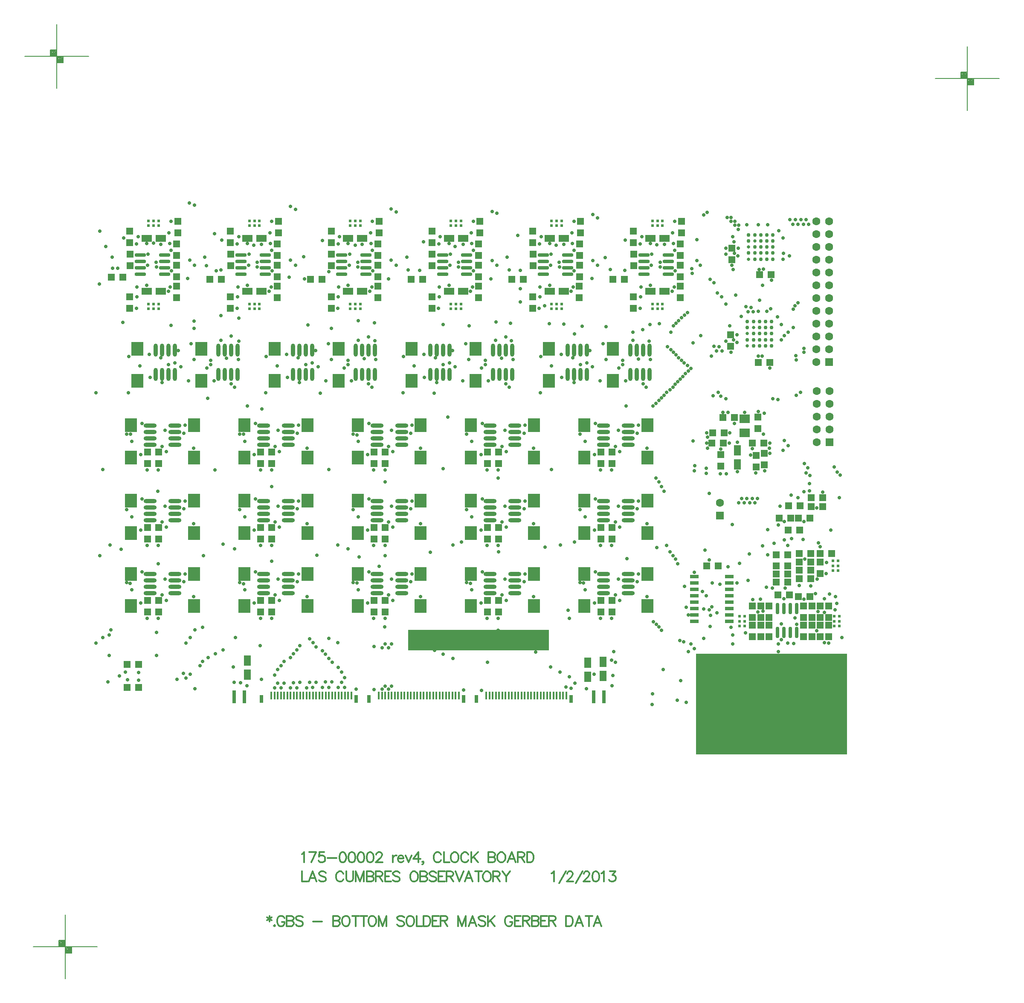
<source format=gbs>
%FSLAX23Y23*%
%MOIN*%
G70*
G01*
G75*
G04 Layer_Color=16711935*
%ADD10O,0.061X0.010*%
%ADD11O,0.010X0.061*%
%ADD12R,0.035X0.037*%
%ADD13R,0.035X0.037*%
%ADD14R,0.085X0.043*%
%ADD15R,0.085X0.043*%
%ADD16R,0.085X0.138*%
%ADD17R,0.135X0.070*%
%ADD18R,0.036X0.036*%
%ADD19R,0.028X0.036*%
%ADD20R,0.036X0.036*%
%ADD21R,0.100X0.100*%
%ADD22R,0.048X0.078*%
%ADD23R,0.060X0.086*%
%ADD24O,0.024X0.087*%
%ADD25R,0.045X0.017*%
%ADD26R,0.030X0.100*%
%ADD27R,0.014X0.060*%
%ADD28R,0.031X0.060*%
%ADD29O,0.008X0.033*%
%ADD30O,0.033X0.008*%
%ADD31R,0.228X0.228*%
%ADD32O,0.098X0.028*%
%ADD33R,0.050X0.050*%
%ADD34R,0.050X0.050*%
%ADD35R,0.037X0.035*%
%ADD36R,0.037X0.035*%
%ADD37R,0.070X0.135*%
%ADD38R,0.138X0.085*%
%ADD39R,0.043X0.085*%
%ADD40R,0.043X0.085*%
%ADD41C,0.040*%
%ADD42C,0.005*%
%ADD43C,0.010*%
%ADD44C,0.020*%
%ADD45C,0.007*%
%ADD46C,0.012*%
%ADD47R,1.181X0.787*%
%ADD48C,0.008*%
%ADD49C,0.012*%
%ADD50C,0.012*%
%ADD51C,0.020*%
%ADD52C,0.026*%
%ADD53C,0.059*%
%ADD54R,0.059X0.059*%
%ADD55C,0.050*%
%ADD56C,0.236*%
%ADD57C,0.024*%
%ADD58C,0.040*%
%ADD59C,0.030*%
%ADD60C,0.033*%
%ADD61C,0.055*%
G04:AMPARAMS|DCode=62|XSize=70mil|YSize=70mil|CornerRadius=0mil|HoleSize=0mil|Usage=FLASHONLY|Rotation=0.000|XOffset=0mil|YOffset=0mil|HoleType=Round|Shape=Relief|Width=10mil|Gap=10mil|Entries=4|*
%AMTHD62*
7,0,0,0.070,0.050,0.010,45*
%
%ADD62THD62*%
G04:AMPARAMS|DCode=63|XSize=95.433mil|YSize=95.433mil|CornerRadius=0mil|HoleSize=0mil|Usage=FLASHONLY|Rotation=0.000|XOffset=0mil|YOffset=0mil|HoleType=Round|Shape=Relief|Width=10mil|Gap=10mil|Entries=4|*
%AMTHD63*
7,0,0,0.095,0.075,0.010,45*
%
%ADD63THD63*%
%ADD64C,0.045*%
%ADD65R,0.065X0.024*%
%ADD66R,0.094X0.102*%
%ADD67R,0.075X0.063*%
%ADD68O,0.028X0.098*%
%ADD69O,0.087X0.024*%
%ADD70R,0.078X0.048*%
%ADD71R,1.181X0.787*%
%ADD72C,0.010*%
%ADD73C,0.024*%
%ADD74C,0.010*%
%ADD75C,0.008*%
%ADD76C,0.006*%
%ADD77R,0.240X0.165*%
%ADD78R,1.181X0.787*%
%ADD79O,0.065X0.014*%
%ADD80O,0.014X0.065*%
%ADD81R,0.039X0.041*%
%ADD82R,0.039X0.041*%
%ADD83R,0.089X0.047*%
%ADD84R,0.089X0.047*%
%ADD85R,0.089X0.142*%
%ADD86R,0.139X0.074*%
%ADD87R,0.040X0.040*%
%ADD88R,0.032X0.040*%
%ADD89R,0.040X0.040*%
%ADD90R,0.104X0.104*%
%ADD91R,0.052X0.082*%
%ADD92R,0.064X0.090*%
%ADD93O,0.028X0.091*%
%ADD94R,0.049X0.021*%
%ADD95O,0.012X0.037*%
%ADD96O,0.037X0.012*%
%ADD97R,0.232X0.232*%
%ADD98O,0.102X0.032*%
%ADD99R,0.054X0.054*%
%ADD100R,0.054X0.054*%
%ADD101R,0.041X0.039*%
%ADD102R,0.041X0.039*%
%ADD103R,0.074X0.139*%
%ADD104R,0.142X0.089*%
%ADD105R,0.047X0.089*%
%ADD106R,0.047X0.089*%
%ADD107C,0.120*%
%ADD108C,0.080*%
%ADD109C,0.030*%
%ADD110C,0.063*%
%ADD111R,0.063X0.063*%
%ADD112C,0.054*%
%ADD113C,0.240*%
%ADD114C,0.028*%
%ADD115R,1.099X0.163*%
%ADD116R,0.069X0.028*%
%ADD117R,0.098X0.106*%
%ADD118R,0.079X0.067*%
%ADD119O,0.032X0.102*%
%ADD120O,0.091X0.028*%
%ADD121R,0.082X0.052*%
D26*
X25320Y15794D02*
D03*
X25241D02*
D03*
X22510Y15794D02*
D03*
X22431D02*
D03*
D27*
X23347Y15803D02*
D03*
X22722D02*
D03*
X25028Y15804D02*
D03*
X25003D02*
D03*
X24978D02*
D03*
X24953D02*
D03*
X24928D02*
D03*
X24903D02*
D03*
X24878D02*
D03*
X24853D02*
D03*
X24828D02*
D03*
X24803D02*
D03*
X24778D02*
D03*
X24753D02*
D03*
X24728D02*
D03*
X24703D02*
D03*
X24678D02*
D03*
X24653D02*
D03*
X24628D02*
D03*
X24603D02*
D03*
X24578D02*
D03*
X24553D02*
D03*
X24528D02*
D03*
X24503D02*
D03*
X24478D02*
D03*
X24453D02*
D03*
X24428D02*
D03*
X24403D02*
D03*
X24187Y15803D02*
D03*
X24162D02*
D03*
X24137D02*
D03*
X24112D02*
D03*
X24087D02*
D03*
X24062D02*
D03*
X24037D02*
D03*
X24012D02*
D03*
X23987D02*
D03*
X23962D02*
D03*
X23937D02*
D03*
X23912D02*
D03*
X23887D02*
D03*
X23862D02*
D03*
X23837D02*
D03*
X23812D02*
D03*
X23787D02*
D03*
X23762D02*
D03*
X23737D02*
D03*
X23712D02*
D03*
X23687D02*
D03*
X23662D02*
D03*
X23637D02*
D03*
X23612D02*
D03*
X23587D02*
D03*
X23562D02*
D03*
X23322D02*
D03*
X23297D02*
D03*
X23272D02*
D03*
X23247D02*
D03*
X23222D02*
D03*
X23197D02*
D03*
X23172D02*
D03*
X23147D02*
D03*
X23122D02*
D03*
X23097D02*
D03*
X23072D02*
D03*
X23047D02*
D03*
X23022D02*
D03*
X22997D02*
D03*
X22972D02*
D03*
X22947D02*
D03*
X22922D02*
D03*
X22897D02*
D03*
X22872D02*
D03*
X22847D02*
D03*
X22822D02*
D03*
X22797D02*
D03*
X22772D02*
D03*
X22747D02*
D03*
D28*
X25065Y15776D02*
D03*
X24325D02*
D03*
X24225D02*
D03*
X23485D02*
D03*
X23385D02*
D03*
X22645D02*
D03*
D46*
X22707Y14080D02*
Y14035D01*
X22688Y14069D02*
X22726Y14046D01*
Y14069D02*
X22688Y14046D01*
X22747Y14008D02*
X22743Y14004D01*
X22747Y14000D01*
X22750Y14004D01*
X22747Y14008D01*
X22825Y14061D02*
X22821Y14069D01*
X22814Y14077D01*
X22806Y14080D01*
X22791D01*
X22783Y14077D01*
X22775Y14069D01*
X22772Y14061D01*
X22768Y14050D01*
Y14031D01*
X22772Y14020D01*
X22775Y14012D01*
X22783Y14004D01*
X22791Y14000D01*
X22806D01*
X22814Y14004D01*
X22821Y14012D01*
X22825Y14020D01*
Y14031D01*
X22806D02*
X22825D01*
X22843Y14080D02*
Y14000D01*
Y14080D02*
X22878D01*
X22889Y14077D01*
X22893Y14073D01*
X22897Y14065D01*
Y14058D01*
X22893Y14050D01*
X22889Y14046D01*
X22878Y14042D01*
X22843D02*
X22878D01*
X22889Y14039D01*
X22893Y14035D01*
X22897Y14027D01*
Y14016D01*
X22893Y14008D01*
X22889Y14004D01*
X22878Y14000D01*
X22843D01*
X22968Y14069D02*
X22960Y14077D01*
X22949Y14080D01*
X22934D01*
X22922Y14077D01*
X22915Y14069D01*
Y14061D01*
X22918Y14054D01*
X22922Y14050D01*
X22930Y14046D01*
X22953Y14039D01*
X22960Y14035D01*
X22964Y14031D01*
X22968Y14023D01*
Y14012D01*
X22960Y14004D01*
X22949Y14000D01*
X22934D01*
X22922Y14004D01*
X22915Y14012D01*
X23049Y14035D02*
X23117D01*
X23204Y14080D02*
Y14000D01*
Y14080D02*
X23238D01*
X23249Y14077D01*
X23253Y14073D01*
X23257Y14065D01*
Y14058D01*
X23253Y14050D01*
X23249Y14046D01*
X23238Y14042D01*
X23204D02*
X23238D01*
X23249Y14039D01*
X23253Y14035D01*
X23257Y14027D01*
Y14016D01*
X23253Y14008D01*
X23249Y14004D01*
X23238Y14000D01*
X23204D01*
X23298Y14080D02*
X23290Y14077D01*
X23282Y14069D01*
X23279Y14061D01*
X23275Y14050D01*
Y14031D01*
X23279Y14020D01*
X23282Y14012D01*
X23290Y14004D01*
X23298Y14000D01*
X23313D01*
X23321Y14004D01*
X23328Y14012D01*
X23332Y14020D01*
X23336Y14031D01*
Y14050D01*
X23332Y14061D01*
X23328Y14069D01*
X23321Y14077D01*
X23313Y14080D01*
X23298D01*
X23381D02*
Y14000D01*
X23354Y14080D02*
X23408D01*
X23444D02*
Y14000D01*
X23417Y14080D02*
X23471D01*
X23503D02*
X23495Y14077D01*
X23488Y14069D01*
X23484Y14061D01*
X23480Y14050D01*
Y14031D01*
X23484Y14020D01*
X23488Y14012D01*
X23495Y14004D01*
X23503Y14000D01*
X23518D01*
X23526Y14004D01*
X23533Y14012D01*
X23537Y14020D01*
X23541Y14031D01*
Y14050D01*
X23537Y14061D01*
X23533Y14069D01*
X23526Y14077D01*
X23518Y14080D01*
X23503D01*
X23560D02*
Y14000D01*
Y14080D02*
X23590Y14000D01*
X23621Y14080D02*
X23590Y14000D01*
X23621Y14080D02*
Y14000D01*
X23760Y14069D02*
X23752Y14077D01*
X23741Y14080D01*
X23725D01*
X23714Y14077D01*
X23706Y14069D01*
Y14061D01*
X23710Y14054D01*
X23714Y14050D01*
X23722Y14046D01*
X23744Y14039D01*
X23752Y14035D01*
X23756Y14031D01*
X23760Y14023D01*
Y14012D01*
X23752Y14004D01*
X23741Y14000D01*
X23725D01*
X23714Y14004D01*
X23706Y14012D01*
X23800Y14080D02*
X23793Y14077D01*
X23785Y14069D01*
X23781Y14061D01*
X23778Y14050D01*
Y14031D01*
X23781Y14020D01*
X23785Y14012D01*
X23793Y14004D01*
X23800Y14000D01*
X23816D01*
X23823Y14004D01*
X23831Y14012D01*
X23835Y14020D01*
X23838Y14031D01*
Y14050D01*
X23835Y14061D01*
X23831Y14069D01*
X23823Y14077D01*
X23816Y14080D01*
X23800D01*
X23857D02*
Y14000D01*
X23903D01*
X23912Y14080D02*
Y14000D01*
Y14080D02*
X23938D01*
X23950Y14077D01*
X23957Y14069D01*
X23961Y14061D01*
X23965Y14050D01*
Y14031D01*
X23961Y14020D01*
X23957Y14012D01*
X23950Y14004D01*
X23938Y14000D01*
X23912D01*
X24032Y14080D02*
X23983D01*
Y14000D01*
X24032D01*
X23983Y14042D02*
X24013D01*
X24046Y14080D02*
Y14000D01*
Y14080D02*
X24080D01*
X24091Y14077D01*
X24095Y14073D01*
X24099Y14065D01*
Y14058D01*
X24095Y14050D01*
X24091Y14046D01*
X24080Y14042D01*
X24046D01*
X24072D02*
X24099Y14000D01*
X24180Y14080D02*
Y14000D01*
Y14080D02*
X24210Y14000D01*
X24241Y14080D02*
X24210Y14000D01*
X24241Y14080D02*
Y14000D01*
X24324D02*
X24294Y14080D01*
X24264Y14000D01*
X24275Y14027D02*
X24313D01*
X24396Y14069D02*
X24389Y14077D01*
X24377Y14080D01*
X24362D01*
X24351Y14077D01*
X24343Y14069D01*
Y14061D01*
X24347Y14054D01*
X24351Y14050D01*
X24358Y14046D01*
X24381Y14039D01*
X24389Y14035D01*
X24393Y14031D01*
X24396Y14023D01*
Y14012D01*
X24389Y14004D01*
X24377Y14000D01*
X24362D01*
X24351Y14004D01*
X24343Y14012D01*
X24414Y14080D02*
Y14000D01*
X24468Y14080D02*
X24414Y14027D01*
X24433Y14046D02*
X24468Y14000D01*
X24606Y14061D02*
X24602Y14069D01*
X24594Y14077D01*
X24587Y14080D01*
X24571D01*
X24564Y14077D01*
X24556Y14069D01*
X24552Y14061D01*
X24548Y14050D01*
Y14031D01*
X24552Y14020D01*
X24556Y14012D01*
X24564Y14004D01*
X24571Y14000D01*
X24587D01*
X24594Y14004D01*
X24602Y14012D01*
X24606Y14020D01*
Y14031D01*
X24587D02*
X24606D01*
X24673Y14080D02*
X24624D01*
Y14000D01*
X24673D01*
X24624Y14042D02*
X24654D01*
X24687Y14080D02*
Y14000D01*
Y14080D02*
X24721D01*
X24732Y14077D01*
X24736Y14073D01*
X24740Y14065D01*
Y14058D01*
X24736Y14050D01*
X24732Y14046D01*
X24721Y14042D01*
X24687D01*
X24713D02*
X24740Y14000D01*
X24758Y14080D02*
Y14000D01*
Y14080D02*
X24792D01*
X24804Y14077D01*
X24807Y14073D01*
X24811Y14065D01*
Y14058D01*
X24807Y14050D01*
X24804Y14046D01*
X24792Y14042D01*
X24758D02*
X24792D01*
X24804Y14039D01*
X24807Y14035D01*
X24811Y14027D01*
Y14016D01*
X24807Y14008D01*
X24804Y14004D01*
X24792Y14000D01*
X24758D01*
X24879Y14080D02*
X24829D01*
Y14000D01*
X24879D01*
X24829Y14042D02*
X24860D01*
X24892Y14080D02*
Y14000D01*
Y14080D02*
X24926D01*
X24938Y14077D01*
X24941Y14073D01*
X24945Y14065D01*
Y14058D01*
X24941Y14050D01*
X24938Y14046D01*
X24926Y14042D01*
X24892D01*
X24919D02*
X24945Y14000D01*
X25026Y14080D02*
Y14000D01*
Y14080D02*
X25053D01*
X25064Y14077D01*
X25072Y14069D01*
X25076Y14061D01*
X25079Y14050D01*
Y14031D01*
X25076Y14020D01*
X25072Y14012D01*
X25064Y14004D01*
X25053Y14000D01*
X25026D01*
X25158D02*
X25128Y14080D01*
X25097Y14000D01*
X25109Y14027D02*
X25147D01*
X25204Y14080D02*
Y14000D01*
X25177Y14080D02*
X25230D01*
X25301Y14000D02*
X25270Y14080D01*
X25240Y14000D01*
X25251Y14027D02*
X25289D01*
D48*
X20861Y13840D02*
X21361D01*
X21111Y13590D02*
Y14090D01*
X21061Y13840D02*
Y13890D01*
X21111D01*
X21161Y13790D02*
Y13840D01*
X21111Y13790D02*
X21161D01*
X21116Y13835D02*
X21156D01*
Y13795D02*
Y13835D01*
X21116Y13795D02*
X21156D01*
X21116D02*
Y13835D01*
X21121Y13830D02*
X21151D01*
Y13800D02*
Y13830D01*
X21121Y13800D02*
X21151D01*
X21121D02*
Y13825D01*
X21126D02*
X21146D01*
Y13805D02*
Y13825D01*
X21126Y13805D02*
X21146D01*
X21126D02*
Y13820D01*
X21131D02*
X21141D01*
Y13810D02*
Y13820D01*
X21131Y13810D02*
X21141D01*
X21131D02*
Y13820D01*
Y13815D02*
X21141D01*
X21066Y13885D02*
X21106D01*
Y13845D02*
Y13885D01*
X21066Y13845D02*
X21106D01*
X21066D02*
Y13885D01*
X21071Y13880D02*
X21101D01*
Y13850D02*
Y13880D01*
X21071Y13850D02*
X21101D01*
X21071D02*
Y13875D01*
X21076D02*
X21096D01*
Y13855D02*
Y13875D01*
X21076Y13855D02*
X21096D01*
X21076D02*
Y13870D01*
X21081D02*
X21091D01*
Y13860D02*
Y13870D01*
X21081Y13860D02*
X21091D01*
X21081D02*
Y13870D01*
Y13865D02*
X21091D01*
X20796Y20800D02*
X21296D01*
X21046Y20550D02*
Y21050D01*
X20996Y20800D02*
Y20850D01*
X21046D01*
X21096Y20750D02*
Y20800D01*
X21046Y20750D02*
X21096D01*
X21051Y20795D02*
X21091D01*
Y20755D02*
Y20795D01*
X21051Y20755D02*
X21091D01*
X21051D02*
Y20795D01*
X21056Y20790D02*
X21086D01*
Y20760D02*
Y20790D01*
X21056Y20760D02*
X21086D01*
X21056D02*
Y20785D01*
X21061D02*
X21081D01*
Y20765D02*
Y20785D01*
X21061Y20765D02*
X21081D01*
X21061D02*
Y20780D01*
X21066D02*
X21076D01*
Y20770D02*
Y20780D01*
X21066Y20770D02*
X21076D01*
X21066D02*
Y20780D01*
Y20775D02*
X21076D01*
X21001Y20845D02*
X21041D01*
Y20805D02*
Y20845D01*
X21001Y20805D02*
X21041D01*
X21001D02*
Y20845D01*
X21006Y20840D02*
X21036D01*
Y20810D02*
Y20840D01*
X21006Y20810D02*
X21036D01*
X21006D02*
Y20835D01*
X21011D02*
X21031D01*
Y20815D02*
Y20835D01*
X21011Y20815D02*
X21031D01*
X21011D02*
Y20830D01*
X21016D02*
X21026D01*
Y20820D02*
Y20830D01*
X21016Y20820D02*
X21026D01*
X21016D02*
Y20830D01*
Y20825D02*
X21026D01*
X27911Y20625D02*
X28411D01*
X28161Y20375D02*
Y20875D01*
X28111Y20625D02*
Y20675D01*
X28161D01*
X28211Y20575D02*
Y20625D01*
X28161Y20575D02*
X28211D01*
X28166Y20620D02*
X28206D01*
Y20580D02*
Y20620D01*
X28166Y20580D02*
X28206D01*
X28166D02*
Y20620D01*
X28171Y20615D02*
X28201D01*
Y20585D02*
Y20615D01*
X28171Y20585D02*
X28201D01*
X28171D02*
Y20610D01*
X28176D02*
X28196D01*
Y20590D02*
Y20610D01*
X28176Y20590D02*
X28196D01*
X28176D02*
Y20605D01*
X28181D02*
X28191D01*
Y20595D02*
Y20605D01*
X28181Y20595D02*
X28191D01*
X28181D02*
Y20605D01*
Y20600D02*
X28191D01*
X28116Y20670D02*
X28156D01*
Y20630D02*
Y20670D01*
X28116Y20630D02*
X28156D01*
X28116D02*
Y20670D01*
X28121Y20665D02*
X28151D01*
Y20635D02*
Y20665D01*
X28121Y20635D02*
X28151D01*
X28121D02*
Y20660D01*
X28126D02*
X28146D01*
Y20640D02*
Y20660D01*
X28126Y20640D02*
X28146D01*
X28126D02*
Y20655D01*
X28131D02*
X28141D01*
Y20645D02*
Y20655D01*
X28131Y20645D02*
X28141D01*
X28131D02*
Y20655D01*
Y20650D02*
X28141D01*
D49*
X22960Y14428D02*
Y14348D01*
X23006D01*
X23076D02*
X23045Y14428D01*
X23015Y14348D01*
X23026Y14375D02*
X23064D01*
X23148Y14417D02*
X23140Y14424D01*
X23129Y14428D01*
X23113D01*
X23102Y14424D01*
X23094Y14417D01*
Y14409D01*
X23098Y14401D01*
X23102Y14398D01*
X23110Y14394D01*
X23132Y14386D01*
X23140Y14382D01*
X23144Y14379D01*
X23148Y14371D01*
Y14360D01*
X23140Y14352D01*
X23129Y14348D01*
X23113D01*
X23102Y14352D01*
X23094Y14360D01*
X23286Y14409D02*
X23282Y14417D01*
X23274Y14424D01*
X23267Y14428D01*
X23251D01*
X23244Y14424D01*
X23236Y14417D01*
X23232Y14409D01*
X23228Y14398D01*
Y14379D01*
X23232Y14367D01*
X23236Y14360D01*
X23244Y14352D01*
X23251Y14348D01*
X23267D01*
X23274Y14352D01*
X23282Y14360D01*
X23286Y14367D01*
X23308Y14428D02*
Y14371D01*
X23312Y14360D01*
X23319Y14352D01*
X23331Y14348D01*
X23339D01*
X23350Y14352D01*
X23358Y14360D01*
X23361Y14371D01*
Y14428D01*
X23383D02*
Y14348D01*
Y14428D02*
X23414Y14348D01*
X23444Y14428D02*
X23414Y14348D01*
X23444Y14428D02*
Y14348D01*
X23467Y14428D02*
Y14348D01*
Y14428D02*
X23502D01*
X23513Y14424D01*
X23517Y14420D01*
X23521Y14413D01*
Y14405D01*
X23517Y14398D01*
X23513Y14394D01*
X23502Y14390D01*
X23467D02*
X23502D01*
X23513Y14386D01*
X23517Y14382D01*
X23521Y14375D01*
Y14363D01*
X23517Y14356D01*
X23513Y14352D01*
X23502Y14348D01*
X23467D01*
X23538Y14428D02*
Y14348D01*
Y14428D02*
X23573D01*
X23584Y14424D01*
X23588Y14420D01*
X23592Y14413D01*
Y14405D01*
X23588Y14398D01*
X23584Y14394D01*
X23573Y14390D01*
X23538D01*
X23565D02*
X23592Y14348D01*
X23659Y14428D02*
X23610D01*
Y14348D01*
X23659D01*
X23610Y14390D02*
X23640D01*
X23726Y14417D02*
X23718Y14424D01*
X23707Y14428D01*
X23692D01*
X23680Y14424D01*
X23673Y14417D01*
Y14409D01*
X23676Y14401D01*
X23680Y14398D01*
X23688Y14394D01*
X23711Y14386D01*
X23718Y14382D01*
X23722Y14379D01*
X23726Y14371D01*
Y14360D01*
X23718Y14352D01*
X23707Y14348D01*
X23692D01*
X23680Y14352D01*
X23673Y14360D01*
X23829Y14428D02*
X23822Y14424D01*
X23814Y14417D01*
X23810Y14409D01*
X23807Y14398D01*
Y14379D01*
X23810Y14367D01*
X23814Y14360D01*
X23822Y14352D01*
X23829Y14348D01*
X23845D01*
X23852Y14352D01*
X23860Y14360D01*
X23864Y14367D01*
X23868Y14379D01*
Y14398D01*
X23864Y14409D01*
X23860Y14417D01*
X23852Y14424D01*
X23845Y14428D01*
X23829D01*
X23886D02*
Y14348D01*
Y14428D02*
X23920D01*
X23932Y14424D01*
X23936Y14420D01*
X23940Y14413D01*
Y14405D01*
X23936Y14398D01*
X23932Y14394D01*
X23920Y14390D01*
X23886D02*
X23920D01*
X23932Y14386D01*
X23936Y14382D01*
X23940Y14375D01*
Y14363D01*
X23936Y14356D01*
X23932Y14352D01*
X23920Y14348D01*
X23886D01*
X24011Y14417D02*
X24003Y14424D01*
X23992Y14428D01*
X23976D01*
X23965Y14424D01*
X23957Y14417D01*
Y14409D01*
X23961Y14401D01*
X23965Y14398D01*
X23973Y14394D01*
X23996Y14386D01*
X24003Y14382D01*
X24007Y14379D01*
X24011Y14371D01*
Y14360D01*
X24003Y14352D01*
X23992Y14348D01*
X23976D01*
X23965Y14352D01*
X23957Y14360D01*
X24078Y14428D02*
X24029D01*
Y14348D01*
X24078D01*
X24029Y14390D02*
X24059D01*
X24091Y14428D02*
Y14348D01*
Y14428D02*
X24126D01*
X24137Y14424D01*
X24141Y14420D01*
X24145Y14413D01*
Y14405D01*
X24141Y14398D01*
X24137Y14394D01*
X24126Y14390D01*
X24091D01*
X24118D02*
X24145Y14348D01*
X24163Y14428D02*
X24193Y14348D01*
X24224Y14428D02*
X24193Y14348D01*
X24295D02*
X24264Y14428D01*
X24234Y14348D01*
X24245Y14375D02*
X24283D01*
X24340Y14428D02*
Y14348D01*
X24314Y14428D02*
X24367D01*
X24399D02*
X24392Y14424D01*
X24384Y14417D01*
X24380Y14409D01*
X24376Y14398D01*
Y14379D01*
X24380Y14367D01*
X24384Y14360D01*
X24392Y14352D01*
X24399Y14348D01*
X24414D01*
X24422Y14352D01*
X24430Y14360D01*
X24434Y14367D01*
X24437Y14379D01*
Y14398D01*
X24434Y14409D01*
X24430Y14417D01*
X24422Y14424D01*
X24414Y14428D01*
X24399D01*
X24456D02*
Y14348D01*
Y14428D02*
X24490D01*
X24502Y14424D01*
X24505Y14420D01*
X24509Y14413D01*
Y14405D01*
X24505Y14398D01*
X24502Y14394D01*
X24490Y14390D01*
X24456D01*
X24483D02*
X24509Y14348D01*
X24527Y14428D02*
X24558Y14390D01*
Y14348D01*
X24588Y14428D02*
X24558Y14390D01*
X24913Y14413D02*
X24920Y14417D01*
X24932Y14428D01*
Y14348D01*
X24971Y14337D02*
X25025Y14428D01*
X25034Y14409D02*
Y14413D01*
X25038Y14420D01*
X25041Y14424D01*
X25049Y14428D01*
X25064D01*
X25072Y14424D01*
X25076Y14420D01*
X25079Y14413D01*
Y14405D01*
X25076Y14398D01*
X25068Y14386D01*
X25030Y14348D01*
X25083D01*
X25101Y14337D02*
X25154Y14428D01*
X25164Y14409D02*
Y14413D01*
X25167Y14420D01*
X25171Y14424D01*
X25179Y14428D01*
X25194D01*
X25202Y14424D01*
X25206Y14420D01*
X25209Y14413D01*
Y14405D01*
X25206Y14398D01*
X25198Y14386D01*
X25160Y14348D01*
X25213D01*
X25254Y14428D02*
X25242Y14424D01*
X25235Y14413D01*
X25231Y14394D01*
Y14382D01*
X25235Y14363D01*
X25242Y14352D01*
X25254Y14348D01*
X25262D01*
X25273Y14352D01*
X25281Y14363D01*
X25284Y14382D01*
Y14394D01*
X25281Y14413D01*
X25273Y14424D01*
X25262Y14428D01*
X25254D01*
X25302Y14413D02*
X25310Y14417D01*
X25321Y14428D01*
Y14348D01*
X25369Y14428D02*
X25410D01*
X25388Y14398D01*
X25399D01*
X25407Y14394D01*
X25410Y14390D01*
X25414Y14379D01*
Y14371D01*
X25410Y14360D01*
X25403Y14352D01*
X25391Y14348D01*
X25380D01*
X25369Y14352D01*
X25365Y14356D01*
X25361Y14363D01*
D50*
X22960Y14563D02*
X22968Y14567D01*
X22979Y14578D01*
Y14498D01*
X23072Y14578D02*
X23034Y14498D01*
X23019Y14578D02*
X23072D01*
X23136D02*
X23098D01*
X23094Y14544D01*
X23098Y14548D01*
X23109Y14551D01*
X23121D01*
X23132Y14548D01*
X23140Y14540D01*
X23143Y14529D01*
Y14521D01*
X23140Y14510D01*
X23132Y14502D01*
X23121Y14498D01*
X23109D01*
X23098Y14502D01*
X23094Y14506D01*
X23090Y14513D01*
X23161Y14532D02*
X23230D01*
X23276Y14578D02*
X23265Y14574D01*
X23257Y14563D01*
X23254Y14544D01*
Y14532D01*
X23257Y14513D01*
X23265Y14502D01*
X23276Y14498D01*
X23284D01*
X23295Y14502D01*
X23303Y14513D01*
X23307Y14532D01*
Y14544D01*
X23303Y14563D01*
X23295Y14574D01*
X23284Y14578D01*
X23276D01*
X23348D02*
X23336Y14574D01*
X23329Y14563D01*
X23325Y14544D01*
Y14532D01*
X23329Y14513D01*
X23336Y14502D01*
X23348Y14498D01*
X23355D01*
X23367Y14502D01*
X23374Y14513D01*
X23378Y14532D01*
Y14544D01*
X23374Y14563D01*
X23367Y14574D01*
X23355Y14578D01*
X23348D01*
X23419D02*
X23407Y14574D01*
X23400Y14563D01*
X23396Y14544D01*
Y14532D01*
X23400Y14513D01*
X23407Y14502D01*
X23419Y14498D01*
X23426D01*
X23438Y14502D01*
X23446Y14513D01*
X23449Y14532D01*
Y14544D01*
X23446Y14563D01*
X23438Y14574D01*
X23426Y14578D01*
X23419D01*
X23490D02*
X23479Y14574D01*
X23471Y14563D01*
X23467Y14544D01*
Y14532D01*
X23471Y14513D01*
X23479Y14502D01*
X23490Y14498D01*
X23498D01*
X23509Y14502D01*
X23517Y14513D01*
X23521Y14532D01*
Y14544D01*
X23517Y14563D01*
X23509Y14574D01*
X23498Y14578D01*
X23490D01*
X23542Y14559D02*
Y14563D01*
X23546Y14570D01*
X23550Y14574D01*
X23558Y14578D01*
X23573D01*
X23580Y14574D01*
X23584Y14570D01*
X23588Y14563D01*
Y14555D01*
X23584Y14548D01*
X23577Y14536D01*
X23538Y14498D01*
X23592D01*
X23673Y14551D02*
Y14498D01*
Y14529D02*
X23676Y14540D01*
X23684Y14548D01*
X23692Y14551D01*
X23703D01*
X23710Y14529D02*
X23756D01*
Y14536D01*
X23752Y14544D01*
X23748Y14548D01*
X23741Y14551D01*
X23729D01*
X23722Y14548D01*
X23714Y14540D01*
X23710Y14529D01*
Y14521D01*
X23714Y14510D01*
X23722Y14502D01*
X23729Y14498D01*
X23741D01*
X23748Y14502D01*
X23756Y14510D01*
X23773Y14551D02*
X23796Y14498D01*
X23819Y14551D02*
X23796Y14498D01*
X23870Y14578D02*
X23832Y14525D01*
X23889D01*
X23870Y14578D02*
Y14498D01*
X23911Y14502D02*
X23907Y14498D01*
X23903Y14502D01*
X23907Y14506D01*
X23911Y14502D01*
Y14494D01*
X23907Y14487D01*
X23903Y14483D01*
X24048Y14559D02*
X24044Y14567D01*
X24037Y14574D01*
X24029Y14578D01*
X24014D01*
X24006Y14574D01*
X23999Y14567D01*
X23995Y14559D01*
X23991Y14548D01*
Y14529D01*
X23995Y14517D01*
X23999Y14510D01*
X24006Y14502D01*
X24014Y14498D01*
X24029D01*
X24037Y14502D01*
X24044Y14510D01*
X24048Y14517D01*
X24071Y14578D02*
Y14498D01*
X24116D01*
X24148Y14578D02*
X24140Y14574D01*
X24133Y14567D01*
X24129Y14559D01*
X24125Y14548D01*
Y14529D01*
X24129Y14517D01*
X24133Y14510D01*
X24140Y14502D01*
X24148Y14498D01*
X24163D01*
X24171Y14502D01*
X24178Y14510D01*
X24182Y14517D01*
X24186Y14529D01*
Y14548D01*
X24182Y14559D01*
X24178Y14567D01*
X24171Y14574D01*
X24163Y14578D01*
X24148D01*
X24262Y14559D02*
X24258Y14567D01*
X24250Y14574D01*
X24243Y14578D01*
X24227D01*
X24220Y14574D01*
X24212Y14567D01*
X24208Y14559D01*
X24205Y14548D01*
Y14529D01*
X24208Y14517D01*
X24212Y14510D01*
X24220Y14502D01*
X24227Y14498D01*
X24243D01*
X24250Y14502D01*
X24258Y14510D01*
X24262Y14517D01*
X24284Y14578D02*
Y14498D01*
X24338Y14578D02*
X24284Y14525D01*
X24303Y14544D02*
X24338Y14498D01*
X24418Y14578D02*
Y14498D01*
Y14578D02*
X24453D01*
X24464Y14574D01*
X24468Y14570D01*
X24472Y14563D01*
Y14555D01*
X24468Y14548D01*
X24464Y14544D01*
X24453Y14540D01*
X24418D02*
X24453D01*
X24464Y14536D01*
X24468Y14532D01*
X24472Y14525D01*
Y14513D01*
X24468Y14506D01*
X24464Y14502D01*
X24453Y14498D01*
X24418D01*
X24512Y14578D02*
X24505Y14574D01*
X24497Y14567D01*
X24493Y14559D01*
X24489Y14548D01*
Y14529D01*
X24493Y14517D01*
X24497Y14510D01*
X24505Y14502D01*
X24512Y14498D01*
X24528D01*
X24535Y14502D01*
X24543Y14510D01*
X24547Y14517D01*
X24550Y14529D01*
Y14548D01*
X24547Y14559D01*
X24543Y14567D01*
X24535Y14574D01*
X24528Y14578D01*
X24512D01*
X24630Y14498D02*
X24600Y14578D01*
X24569Y14498D01*
X24581Y14525D02*
X24619D01*
X24649Y14578D02*
Y14498D01*
Y14578D02*
X24683D01*
X24694Y14574D01*
X24698Y14570D01*
X24702Y14563D01*
Y14555D01*
X24698Y14548D01*
X24694Y14544D01*
X24683Y14540D01*
X24649D01*
X24675D02*
X24702Y14498D01*
X24720Y14578D02*
Y14498D01*
Y14578D02*
X24747D01*
X24758Y14574D01*
X24766Y14567D01*
X24769Y14559D01*
X24773Y14548D01*
Y14529D01*
X24769Y14517D01*
X24766Y14510D01*
X24758Y14502D01*
X24747Y14498D01*
X24720D01*
D52*
X26500Y19355D02*
D03*
X26452Y19308D02*
D03*
Y19214D02*
D03*
X26491Y18679D02*
D03*
X26443Y18631D02*
D03*
Y18537D02*
D03*
D57*
X26420Y16345D02*
D03*
Y16384D02*
D03*
Y16424D02*
D03*
X26381D02*
D03*
Y16384D02*
D03*
Y16345D02*
D03*
X27151Y16857D02*
D03*
Y16817D02*
D03*
Y16778D02*
D03*
X27111D02*
D03*
Y16817D02*
D03*
Y16857D02*
D03*
X21763Y19514D02*
D03*
X21803D02*
D03*
X21842D02*
D03*
Y19475D02*
D03*
X21803D02*
D03*
X21763D02*
D03*
X22551Y19514D02*
D03*
X22590D02*
D03*
X22629D02*
D03*
Y19475D02*
D03*
X22590D02*
D03*
X22551D02*
D03*
X23338Y19514D02*
D03*
X23377D02*
D03*
X23417D02*
D03*
Y19475D02*
D03*
X23377D02*
D03*
X23338D02*
D03*
X24125Y19514D02*
D03*
X24165D02*
D03*
X24204D02*
D03*
Y19475D02*
D03*
X24165D02*
D03*
X24125D02*
D03*
X24913Y19514D02*
D03*
X24952D02*
D03*
X24992D02*
D03*
Y19475D02*
D03*
X24952D02*
D03*
X24913D02*
D03*
X25700Y19475D02*
D03*
X25740D02*
D03*
X25779D02*
D03*
Y19514D02*
D03*
X25740D02*
D03*
X25700D02*
D03*
X21842Y18825D02*
D03*
X21803D02*
D03*
X21763D02*
D03*
Y18864D02*
D03*
X21803D02*
D03*
X21842D02*
D03*
X22629Y18825D02*
D03*
X22590D02*
D03*
X22551D02*
D03*
Y18864D02*
D03*
X22590D02*
D03*
X22629D02*
D03*
X23417Y18825D02*
D03*
X23377D02*
D03*
X23338D02*
D03*
Y18864D02*
D03*
X23377D02*
D03*
X23417D02*
D03*
X24204Y18825D02*
D03*
X24165D02*
D03*
X24125D02*
D03*
Y18864D02*
D03*
X24165D02*
D03*
X24204D02*
D03*
X24992Y18825D02*
D03*
X24952D02*
D03*
X24913D02*
D03*
Y18864D02*
D03*
X24952D02*
D03*
X24992D02*
D03*
X25779Y18825D02*
D03*
X25740D02*
D03*
X25700D02*
D03*
Y18864D02*
D03*
X25740D02*
D03*
X25779D02*
D03*
X27161Y16424D02*
D03*
Y16384D02*
D03*
Y16345D02*
D03*
X27122D02*
D03*
Y16384D02*
D03*
Y16424D02*
D03*
D78*
X26631Y15735D02*
D03*
D91*
X26366Y17720D02*
D03*
Y17610D02*
D03*
X25196Y16060D02*
D03*
Y15950D02*
D03*
X25316Y16065D02*
D03*
Y15955D02*
D03*
X22536Y15965D02*
D03*
Y16075D02*
D03*
D93*
X26678Y16484D02*
D03*
X26728D02*
D03*
X26778D02*
D03*
X26828D02*
D03*
X26678Y16295D02*
D03*
X26728D02*
D03*
X26778D02*
D03*
X26828D02*
D03*
D98*
X24433Y16603D02*
D03*
Y16653D02*
D03*
Y16703D02*
D03*
Y16753D02*
D03*
X24626Y16603D02*
D03*
Y16653D02*
D03*
Y16703D02*
D03*
Y16753D02*
D03*
X23547Y16603D02*
D03*
Y16653D02*
D03*
Y16703D02*
D03*
Y16753D02*
D03*
X23740Y16603D02*
D03*
Y16653D02*
D03*
Y16703D02*
D03*
Y16753D02*
D03*
X23547Y17174D02*
D03*
Y17224D02*
D03*
Y17274D02*
D03*
Y17324D02*
D03*
X23740Y17174D02*
D03*
Y17224D02*
D03*
Y17274D02*
D03*
Y17324D02*
D03*
X22661Y17174D02*
D03*
Y17224D02*
D03*
Y17274D02*
D03*
Y17324D02*
D03*
X22854Y17174D02*
D03*
Y17224D02*
D03*
Y17274D02*
D03*
Y17324D02*
D03*
X25511Y16753D02*
D03*
Y16703D02*
D03*
Y16653D02*
D03*
Y16603D02*
D03*
X25319Y16753D02*
D03*
Y16703D02*
D03*
Y16653D02*
D03*
Y16603D02*
D03*
X22854Y16753D02*
D03*
Y16703D02*
D03*
Y16653D02*
D03*
Y16603D02*
D03*
X22661Y16753D02*
D03*
Y16703D02*
D03*
Y16653D02*
D03*
Y16603D02*
D03*
X21968Y16753D02*
D03*
Y16703D02*
D03*
Y16653D02*
D03*
Y16603D02*
D03*
X21775Y16753D02*
D03*
Y16703D02*
D03*
Y16653D02*
D03*
Y16603D02*
D03*
X25511Y17324D02*
D03*
Y17274D02*
D03*
Y17224D02*
D03*
Y17174D02*
D03*
X25319Y17324D02*
D03*
Y17274D02*
D03*
Y17224D02*
D03*
Y17174D02*
D03*
X24626Y17324D02*
D03*
Y17274D02*
D03*
Y17224D02*
D03*
Y17174D02*
D03*
X24433Y17324D02*
D03*
Y17274D02*
D03*
Y17224D02*
D03*
Y17174D02*
D03*
X21968Y17324D02*
D03*
Y17274D02*
D03*
Y17224D02*
D03*
Y17174D02*
D03*
X21775Y17324D02*
D03*
Y17274D02*
D03*
Y17224D02*
D03*
Y17174D02*
D03*
X21968Y17914D02*
D03*
Y17864D02*
D03*
Y17814D02*
D03*
Y17764D02*
D03*
X21775Y17914D02*
D03*
Y17864D02*
D03*
Y17814D02*
D03*
Y17764D02*
D03*
X23740Y17914D02*
D03*
Y17864D02*
D03*
Y17814D02*
D03*
Y17764D02*
D03*
X23547Y17914D02*
D03*
Y17864D02*
D03*
Y17814D02*
D03*
Y17764D02*
D03*
X24626Y17914D02*
D03*
Y17864D02*
D03*
Y17814D02*
D03*
Y17764D02*
D03*
X24433Y17914D02*
D03*
Y17864D02*
D03*
Y17814D02*
D03*
Y17764D02*
D03*
X22661D02*
D03*
Y17814D02*
D03*
Y17864D02*
D03*
Y17914D02*
D03*
X22854Y17764D02*
D03*
Y17814D02*
D03*
Y17864D02*
D03*
Y17914D02*
D03*
X25319Y17764D02*
D03*
Y17814D02*
D03*
Y17864D02*
D03*
Y17914D02*
D03*
X25511Y17764D02*
D03*
Y17814D02*
D03*
Y17864D02*
D03*
Y17914D02*
D03*
D99*
X26669Y16689D02*
D03*
X26759D02*
D03*
X26124Y16817D02*
D03*
X26214D02*
D03*
X26770Y16588D02*
D03*
X26680D02*
D03*
X26841Y16577D02*
D03*
X26931D02*
D03*
X27031Y17280D02*
D03*
X26941D02*
D03*
X26618Y18407D02*
D03*
X26528D02*
D03*
X26627Y19094D02*
D03*
X26537D02*
D03*
X26171Y17855D02*
D03*
X26261D02*
D03*
X26251Y17975D02*
D03*
X26341D02*
D03*
X26765Y17285D02*
D03*
X26855D02*
D03*
X26166Y17775D02*
D03*
X26256D02*
D03*
X26760Y17095D02*
D03*
X26850D02*
D03*
X26571Y17775D02*
D03*
X26481D02*
D03*
X26938Y16847D02*
D03*
X26848D02*
D03*
X26668Y16902D02*
D03*
X26758D02*
D03*
X21595Y16045D02*
D03*
X21685D02*
D03*
X21685Y15865D02*
D03*
X21595D02*
D03*
X26780Y17190D02*
D03*
X26690D02*
D03*
X26840Y17190D02*
D03*
X26930D02*
D03*
X26938Y16782D02*
D03*
X26848D02*
D03*
X26940Y17350D02*
D03*
X27030D02*
D03*
X27013Y16912D02*
D03*
X27103D02*
D03*
X26848Y16717D02*
D03*
X26938D02*
D03*
X26758Y16752D02*
D03*
X26668D02*
D03*
X26758Y16817D02*
D03*
X26668D02*
D03*
X26938Y16912D02*
D03*
X26848D02*
D03*
X21562Y19072D02*
D03*
X21472D02*
D03*
X22331Y19056D02*
D03*
X22241D02*
D03*
X23119D02*
D03*
X23029D02*
D03*
X23906D02*
D03*
X23816D02*
D03*
X24693D02*
D03*
X24603D02*
D03*
X25391D02*
D03*
X25481D02*
D03*
D100*
X26313Y18532D02*
D03*
Y18622D02*
D03*
X26322Y19209D02*
D03*
Y19299D02*
D03*
X26236Y17595D02*
D03*
Y17685D02*
D03*
X26511Y17590D02*
D03*
Y17680D02*
D03*
X26526Y17980D02*
D03*
Y17890D02*
D03*
X26576Y17695D02*
D03*
Y17605D02*
D03*
X27078Y16414D02*
D03*
Y16504D02*
D03*
X26948Y16414D02*
D03*
Y16504D02*
D03*
X27013Y16504D02*
D03*
Y16414D02*
D03*
X26883Y16504D02*
D03*
Y16414D02*
D03*
X26483Y16504D02*
D03*
Y16414D02*
D03*
X27078Y16264D02*
D03*
Y16354D02*
D03*
X26883Y16354D02*
D03*
Y16264D02*
D03*
X26948D02*
D03*
Y16354D02*
D03*
X27013Y16757D02*
D03*
Y16847D02*
D03*
X24411Y16546D02*
D03*
Y16456D02*
D03*
X23525Y16546D02*
D03*
Y16456D02*
D03*
Y17116D02*
D03*
Y17026D02*
D03*
X22639Y17116D02*
D03*
Y17026D02*
D03*
X24498Y16456D02*
D03*
Y16546D02*
D03*
X23612Y16456D02*
D03*
Y16546D02*
D03*
Y17026D02*
D03*
Y17116D02*
D03*
X22726Y17026D02*
D03*
Y17116D02*
D03*
X25297Y16456D02*
D03*
Y16546D02*
D03*
X22639Y16456D02*
D03*
Y16546D02*
D03*
X21754Y16456D02*
D03*
Y16546D02*
D03*
X25297Y17026D02*
D03*
Y17116D02*
D03*
X24411Y17026D02*
D03*
Y17116D02*
D03*
X21754Y17026D02*
D03*
Y17116D02*
D03*
X25384Y16546D02*
D03*
Y16456D02*
D03*
X22726Y16546D02*
D03*
Y16456D02*
D03*
X21840Y16546D02*
D03*
Y16456D02*
D03*
X25384Y17116D02*
D03*
Y17026D02*
D03*
X24498Y17116D02*
D03*
Y17026D02*
D03*
X21840Y17116D02*
D03*
Y17026D02*
D03*
X21990Y19420D02*
D03*
Y19510D02*
D03*
X22777Y19420D02*
D03*
Y19510D02*
D03*
X23564Y19420D02*
D03*
Y19510D02*
D03*
X24352Y19420D02*
D03*
Y19510D02*
D03*
X25139Y19420D02*
D03*
Y19510D02*
D03*
X25927D02*
D03*
Y19420D02*
D03*
X21617Y19164D02*
D03*
Y19254D02*
D03*
X22404Y19164D02*
D03*
Y19254D02*
D03*
X23192Y19164D02*
D03*
Y19254D02*
D03*
X23979Y19164D02*
D03*
Y19254D02*
D03*
X24767Y19164D02*
D03*
Y19254D02*
D03*
X25554Y19164D02*
D03*
Y19254D02*
D03*
X21616Y18829D02*
D03*
Y18919D02*
D03*
X22403Y18829D02*
D03*
Y18919D02*
D03*
X23190Y18829D02*
D03*
Y18919D02*
D03*
X23978Y18829D02*
D03*
Y18919D02*
D03*
X24765Y18829D02*
D03*
Y18919D02*
D03*
X25553Y18829D02*
D03*
Y18919D02*
D03*
X21981Y19165D02*
D03*
Y19075D02*
D03*
X22769Y19165D02*
D03*
Y19075D02*
D03*
X23556Y19165D02*
D03*
Y19075D02*
D03*
X24343Y19165D02*
D03*
Y19075D02*
D03*
X25131Y19165D02*
D03*
Y19075D02*
D03*
X25918Y19165D02*
D03*
Y19075D02*
D03*
X21840Y17707D02*
D03*
Y17617D02*
D03*
X23612Y17707D02*
D03*
Y17617D02*
D03*
X24498Y17707D02*
D03*
Y17617D02*
D03*
X21754D02*
D03*
Y17707D02*
D03*
X23525Y17617D02*
D03*
Y17707D02*
D03*
X24411Y17617D02*
D03*
Y17707D02*
D03*
X21616Y19431D02*
D03*
Y19341D02*
D03*
X22403Y19431D02*
D03*
Y19341D02*
D03*
X23190Y19431D02*
D03*
Y19341D02*
D03*
X23978Y19431D02*
D03*
Y19341D02*
D03*
X24765Y19431D02*
D03*
Y19341D02*
D03*
X25553D02*
D03*
Y19431D02*
D03*
X21980Y19004D02*
D03*
Y18914D02*
D03*
X22767Y19004D02*
D03*
Y18914D02*
D03*
X23555Y19004D02*
D03*
Y18914D02*
D03*
X24342Y19004D02*
D03*
Y18914D02*
D03*
X25129Y19004D02*
D03*
Y18914D02*
D03*
X25917Y19004D02*
D03*
Y18914D02*
D03*
X21981Y19333D02*
D03*
Y19243D02*
D03*
X22769Y19333D02*
D03*
Y19243D02*
D03*
X23556Y19333D02*
D03*
Y19243D02*
D03*
X24343Y19333D02*
D03*
Y19243D02*
D03*
X25131Y19333D02*
D03*
Y19243D02*
D03*
X25918D02*
D03*
Y19333D02*
D03*
X22726Y17617D02*
D03*
Y17707D02*
D03*
X25384Y17617D02*
D03*
Y17707D02*
D03*
X22639D02*
D03*
Y17617D02*
D03*
X25297Y17707D02*
D03*
Y17617D02*
D03*
X27013Y16264D02*
D03*
Y16354D02*
D03*
X26548Y16354D02*
D03*
Y16264D02*
D03*
X26612Y16354D02*
D03*
Y16264D02*
D03*
X26483Y16264D02*
D03*
Y16354D02*
D03*
X26548Y16414D02*
D03*
Y16504D02*
D03*
X26612Y16414D02*
D03*
Y16504D02*
D03*
D109*
X26452Y19402D02*
D03*
X26500D02*
D03*
X26547D02*
D03*
X26594D02*
D03*
X26641D02*
D03*
X26452Y19355D02*
D03*
X26547D02*
D03*
X26594D02*
D03*
X26641D02*
D03*
X26500Y19308D02*
D03*
X26547D02*
D03*
X26594D02*
D03*
X26641D02*
D03*
X26452Y19261D02*
D03*
X26500D02*
D03*
X26547D02*
D03*
X26594D02*
D03*
X26641D02*
D03*
Y19214D02*
D03*
X26594D02*
D03*
X26547D02*
D03*
X26500D02*
D03*
X26443Y18726D02*
D03*
X26491D02*
D03*
X26538D02*
D03*
X26585D02*
D03*
X26632D02*
D03*
X26443Y18679D02*
D03*
X26538D02*
D03*
X26585D02*
D03*
X26632D02*
D03*
X26491Y18631D02*
D03*
X26538D02*
D03*
X26585D02*
D03*
X26632D02*
D03*
X26443Y18584D02*
D03*
X26491D02*
D03*
X26538D02*
D03*
X26585D02*
D03*
X26632D02*
D03*
Y18537D02*
D03*
X26585D02*
D03*
X26538D02*
D03*
X26491D02*
D03*
D110*
X26984Y18182D02*
D03*
X27084D02*
D03*
X26984Y18082D02*
D03*
X27084D02*
D03*
X26984Y17982D02*
D03*
X27084D02*
D03*
X26984Y17882D02*
D03*
X27084D02*
D03*
X26984Y17782D02*
D03*
X26981Y18410D02*
D03*
X27081Y18510D02*
D03*
X26981D02*
D03*
X27081Y18610D02*
D03*
X26981D02*
D03*
X27081Y18710D02*
D03*
X26981D02*
D03*
X27081Y18810D02*
D03*
X26981D02*
D03*
X27081Y18910D02*
D03*
X26981D02*
D03*
X27081Y19010D02*
D03*
X26981D02*
D03*
X27081Y19110D02*
D03*
X26981D02*
D03*
X27081Y19210D02*
D03*
X26981D02*
D03*
X27081Y19310D02*
D03*
X26981D02*
D03*
X27081Y19410D02*
D03*
X26981D02*
D03*
X27081Y19510D02*
D03*
X26981D02*
D03*
X26229Y17310D02*
D03*
D111*
X27084Y17782D02*
D03*
X27081Y18410D02*
D03*
X26229Y17210D02*
D03*
D112*
X26159Y16049D02*
D03*
X26316D02*
D03*
X26474D02*
D03*
X26631D02*
D03*
X26789D02*
D03*
X26946D02*
D03*
X27104D02*
D03*
X26159Y15892D02*
D03*
X26316D02*
D03*
X26474D02*
D03*
X26631D02*
D03*
X26789D02*
D03*
X26946D02*
D03*
X27104D02*
D03*
X26474Y15735D02*
D03*
X26631D02*
D03*
X26789D02*
D03*
X26159Y15577D02*
D03*
X26316D02*
D03*
X26474D02*
D03*
X26631D02*
D03*
X26789D02*
D03*
X26946D02*
D03*
X27104D02*
D03*
Y15420D02*
D03*
X26946D02*
D03*
X26789D02*
D03*
X26631D02*
D03*
X26474D02*
D03*
X26316D02*
D03*
X26159D02*
D03*
D113*
X26238Y15735D02*
D03*
X27025D02*
D03*
D114*
X26601Y17100D02*
D03*
X26686Y16145D02*
D03*
X26526Y16455D02*
D03*
X26146Y16862D02*
D03*
X26459Y16909D02*
D03*
X26380Y16835D02*
D03*
X26360Y16683D02*
D03*
X25042Y16469D02*
D03*
X26315Y16335D02*
D03*
X25162Y16681D02*
D03*
X24278Y16678D02*
D03*
X23390Y16683D02*
D03*
X22504Y16677D02*
D03*
X21618Y16680D02*
D03*
X24066Y16127D02*
D03*
Y17575D02*
D03*
X24906Y16026D02*
D03*
X24911Y17570D02*
D03*
X23390Y17840D02*
D03*
X22505Y17847D02*
D03*
X21620Y17846D02*
D03*
X22372Y18439D02*
D03*
X22408Y18612D02*
D03*
X23447Y18437D02*
D03*
X23481Y18605D02*
D03*
X24520Y18438D02*
D03*
X24554Y18606D02*
D03*
X25590Y18432D02*
D03*
X25626Y18662D02*
D03*
X24787Y16143D02*
D03*
X26886Y17396D02*
D03*
X27030Y17392D02*
D03*
X26986Y17268D02*
D03*
X26886Y17162D02*
D03*
X27160Y17350D02*
D03*
X26785Y17369D02*
D03*
X26697Y17283D02*
D03*
X26733Y17162D02*
D03*
X24667Y19127D02*
D03*
X24583Y19130D02*
D03*
X24566Y19228D02*
D03*
X23880Y19125D02*
D03*
X23791Y19129D02*
D03*
X23911Y19349D02*
D03*
X23781Y19228D02*
D03*
X23122Y19358D02*
D03*
X23172Y19116D02*
D03*
X22983Y19060D02*
D03*
X22974Y19231D02*
D03*
X23508Y18997D02*
D03*
X23501Y19335D02*
D03*
X23255Y19388D02*
D03*
X23639Y19058D02*
D03*
X23244Y19333D02*
D03*
X23331Y19165D02*
D03*
X23514Y19124D02*
D03*
X23322Y19009D02*
D03*
X23334Y19254D02*
D03*
X23432Y19330D02*
D03*
X23512Y19283D02*
D03*
X23492Y18962D02*
D03*
X23322Y19337D02*
D03*
X23246Y18920D02*
D03*
X23242Y18828D02*
D03*
X23513Y19510D02*
D03*
X23497Y19420D02*
D03*
X23398Y19189D02*
D03*
X23399Y19154D02*
D03*
X23377Y19324D02*
D03*
X26345Y19478D02*
D03*
X23698Y19166D02*
D03*
Y19584D02*
D03*
X26818Y19521D02*
D03*
X23408Y16886D02*
D03*
X25500Y16872D02*
D03*
X23659Y19205D02*
D03*
Y19607D02*
D03*
X26839Y19487D02*
D03*
X22214Y19162D02*
D03*
X22292Y19122D02*
D03*
X22328Y19128D02*
D03*
X22336Y19361D02*
D03*
X22203Y19228D02*
D03*
X22721Y18997D02*
D03*
X22714Y19335D02*
D03*
X22468Y19388D02*
D03*
X22861Y19074D02*
D03*
X22456Y19333D02*
D03*
X22544Y19165D02*
D03*
X22727Y19124D02*
D03*
X22535Y19009D02*
D03*
X22547Y19254D02*
D03*
X22645Y19330D02*
D03*
X22725Y19283D02*
D03*
X22704Y18962D02*
D03*
X22535Y19337D02*
D03*
X22459Y18920D02*
D03*
X22454Y18828D02*
D03*
X22726Y19510D02*
D03*
X22710Y19420D02*
D03*
X22611Y19189D02*
D03*
X22612Y19154D02*
D03*
X22586Y19321D02*
D03*
X21481Y19143D02*
D03*
X21521Y19141D02*
D03*
X21568Y19378D02*
D03*
X21479Y19229D02*
D03*
X25295Y16405D02*
D03*
X25382Y16406D02*
D03*
X25591Y16753D02*
D03*
X25134Y16686D02*
D03*
X25410Y16588D02*
D03*
X25247Y16525D02*
D03*
X25444Y16547D02*
D03*
X25659Y16575D02*
D03*
X25174Y16628D02*
D03*
X25256Y16768D02*
D03*
X25582Y16692D02*
D03*
X25434Y16713D02*
D03*
X24409Y16405D02*
D03*
X24496Y16406D02*
D03*
X24705Y16753D02*
D03*
X24248Y16686D02*
D03*
X24524Y16588D02*
D03*
X24361Y16525D02*
D03*
X24558Y16547D02*
D03*
X24773Y16575D02*
D03*
X24288Y16628D02*
D03*
X24370Y16768D02*
D03*
X24697Y16692D02*
D03*
X24548Y16713D02*
D03*
X23523Y16405D02*
D03*
X23610Y16406D02*
D03*
X23820Y16753D02*
D03*
X23362Y16686D02*
D03*
X23638Y16588D02*
D03*
X23475Y16525D02*
D03*
X23672Y16547D02*
D03*
X23887Y16575D02*
D03*
X23402Y16628D02*
D03*
X23484Y16768D02*
D03*
X23811Y16692D02*
D03*
X23662Y16713D02*
D03*
X22637Y16405D02*
D03*
X22724Y16406D02*
D03*
X22934Y16753D02*
D03*
X22476Y16686D02*
D03*
X22753Y16588D02*
D03*
X22589Y16525D02*
D03*
X22786Y16547D02*
D03*
X23002Y16575D02*
D03*
X22516Y16628D02*
D03*
X22598Y16768D02*
D03*
X22925Y16692D02*
D03*
X22776Y16713D02*
D03*
X25295Y16975D02*
D03*
X25382Y16976D02*
D03*
X25591Y17324D02*
D03*
X25134Y17256D02*
D03*
X25410Y17159D02*
D03*
X25247Y17096D02*
D03*
X25444Y17118D02*
D03*
X25659Y17146D02*
D03*
X25174Y17199D02*
D03*
X25256Y17339D02*
D03*
X25582Y17263D02*
D03*
X25434Y17284D02*
D03*
X24409Y16975D02*
D03*
X24496Y16976D02*
D03*
X24705Y17324D02*
D03*
X24248Y17256D02*
D03*
X24524Y17159D02*
D03*
X24361Y17096D02*
D03*
X24558Y17118D02*
D03*
X24773Y17146D02*
D03*
X24288Y17199D02*
D03*
X24370Y17339D02*
D03*
X24697Y17263D02*
D03*
X24548Y17284D02*
D03*
X23523Y16975D02*
D03*
X23610Y16976D02*
D03*
X23820Y17324D02*
D03*
X23362Y17256D02*
D03*
X23638Y17159D02*
D03*
X23475Y17096D02*
D03*
X23672Y17118D02*
D03*
X23887Y17146D02*
D03*
X23402Y17199D02*
D03*
X23484Y17339D02*
D03*
X23811Y17263D02*
D03*
X23662Y17284D02*
D03*
X22637Y16975D02*
D03*
X22724Y16976D02*
D03*
X22934Y17324D02*
D03*
X22476Y17256D02*
D03*
X22753Y17159D02*
D03*
X22589Y17096D02*
D03*
X22786Y17118D02*
D03*
X23002Y17146D02*
D03*
X22516Y17199D02*
D03*
X22598Y17339D02*
D03*
X22925Y17263D02*
D03*
X22776Y17284D02*
D03*
X21751Y16975D02*
D03*
X21838Y16976D02*
D03*
X22048Y17324D02*
D03*
X21590Y17256D02*
D03*
X21867Y17159D02*
D03*
X21703Y17096D02*
D03*
X21900Y17118D02*
D03*
X22116Y17146D02*
D03*
X21631Y17199D02*
D03*
X21712Y17339D02*
D03*
X22039Y17263D02*
D03*
X21890Y17284D02*
D03*
X25295Y17566D02*
D03*
X25382Y17567D02*
D03*
X25591Y17915D02*
D03*
X25134Y17847D02*
D03*
X25410Y17750D02*
D03*
X25247Y17687D02*
D03*
X25444Y17708D02*
D03*
X25659Y17737D02*
D03*
X25174Y17790D02*
D03*
X25256Y17930D02*
D03*
X25582Y17854D02*
D03*
X25434Y17875D02*
D03*
X24409Y17566D02*
D03*
X24496Y17567D02*
D03*
X24705Y17915D02*
D03*
X24248Y17847D02*
D03*
X24524Y17750D02*
D03*
X24361Y17687D02*
D03*
X24558Y17708D02*
D03*
X24773Y17737D02*
D03*
X24288Y17790D02*
D03*
X24370Y17930D02*
D03*
X24697Y17854D02*
D03*
X24548Y17875D02*
D03*
X23523Y17566D02*
D03*
X23610Y17567D02*
D03*
X23820Y17915D02*
D03*
X23362Y17847D02*
D03*
X23638Y17750D02*
D03*
X23475Y17687D02*
D03*
X23672Y17708D02*
D03*
X23887Y17737D02*
D03*
X23402Y17790D02*
D03*
X23484Y17930D02*
D03*
X23811Y17854D02*
D03*
X23662Y17875D02*
D03*
X22637Y17566D02*
D03*
X22724Y17567D02*
D03*
X22934Y17915D02*
D03*
X22476Y17847D02*
D03*
X22753Y17750D02*
D03*
X22589Y17687D02*
D03*
X22786Y17708D02*
D03*
X23002Y17737D02*
D03*
X22516Y17790D02*
D03*
X22598Y17930D02*
D03*
X22925Y17854D02*
D03*
X22776Y17875D02*
D03*
X21751Y17566D02*
D03*
X21838Y17567D02*
D03*
X22048Y17915D02*
D03*
X21590Y17847D02*
D03*
X21867Y17750D02*
D03*
X21703Y17687D02*
D03*
X21900Y17708D02*
D03*
X22116Y17737D02*
D03*
X21631Y17790D02*
D03*
X21712Y17930D02*
D03*
X22039Y17854D02*
D03*
X21890Y17875D02*
D03*
X25381Y16079D02*
D03*
X26009Y19139D02*
D03*
X25228Y19063D02*
D03*
X24437Y19058D02*
D03*
X22068Y19064D02*
D03*
X25413Y16062D02*
D03*
X21560Y18719D02*
D03*
X22117Y18728D02*
D03*
X21383Y19433D02*
D03*
X22277Y19412D02*
D03*
X24647Y19400D02*
D03*
X26049Y19365D02*
D03*
X26111Y16940D02*
D03*
X26324Y17138D02*
D03*
X25065Y15858D02*
D03*
X24364Y15842D02*
D03*
X24224Y15846D02*
D03*
X23524Y15850D02*
D03*
X23384Y15851D02*
D03*
X26927Y17401D02*
D03*
Y17458D02*
D03*
X26146Y17384D02*
D03*
X21598Y15927D02*
D03*
X26011Y19104D02*
D03*
X26163Y18455D02*
D03*
X26079Y18615D02*
D03*
X25091Y18630D02*
D03*
X25246Y15970D02*
D03*
X25735Y19325D02*
D03*
X24949Y19324D02*
D03*
X21801Y19338D02*
D03*
X24159Y19314D02*
D03*
X25923Y15920D02*
D03*
X22425Y16027D02*
D03*
X26709Y18583D02*
D03*
X26680Y18116D02*
D03*
X22644Y15930D02*
D03*
X22481Y15903D02*
D03*
X22442Y16257D02*
D03*
X22431Y15906D02*
D03*
X26603Y16902D02*
D03*
X26939Y16659D02*
D03*
X27044Y16453D02*
D03*
X26235Y18143D02*
D03*
X26824Y18148D02*
D03*
X26215Y18171D02*
D03*
X26858D02*
D03*
X26761Y17756D02*
D03*
X26732Y17795D02*
D03*
X26761Y18644D02*
D03*
X26732Y18615D02*
D03*
X27121Y17589D02*
D03*
X27145Y17550D02*
D03*
X27169Y17526D02*
D03*
X26915Y17583D02*
D03*
X26122Y17539D02*
D03*
X26887Y17615D02*
D03*
X26902Y17542D02*
D03*
X26930Y17524D02*
D03*
X26121Y17578D02*
D03*
X26029Y17558D02*
D03*
X26030Y17598D02*
D03*
X25980Y18339D02*
D03*
X26000Y18360D02*
D03*
X26132Y17735D02*
D03*
X26018Y18559D02*
D03*
X26019Y17792D02*
D03*
X25964Y16493D02*
D03*
X25959Y18318D02*
D03*
X25906Y18444D02*
D03*
X25886Y18465D02*
D03*
X25927Y18423D02*
D03*
X25975Y18381D02*
D03*
X25918Y18277D02*
D03*
X25898Y18257D02*
D03*
X25861Y18213D02*
D03*
X25879Y18235D02*
D03*
X25812Y18171D02*
D03*
X25939Y18297D02*
D03*
X25949Y18402D02*
D03*
X25865Y18486D02*
D03*
X26376Y17310D02*
D03*
X26397Y17342D02*
D03*
X26418Y17310D02*
D03*
X26439Y17342D02*
D03*
X26460Y17310D02*
D03*
X26481Y17342D02*
D03*
X26502Y17310D02*
D03*
X26523Y17342D02*
D03*
X25770Y16314D02*
D03*
X25750Y16338D02*
D03*
X25730Y16359D02*
D03*
X25709Y16378D02*
D03*
X25812Y16975D02*
D03*
X25839Y16927D02*
D03*
X25861Y16895D02*
D03*
X25880Y16870D02*
D03*
X25897Y16833D02*
D03*
X25791Y17400D02*
D03*
X25772Y17437D02*
D03*
X25750Y17472D02*
D03*
X25728Y17504D02*
D03*
X25974Y18797D02*
D03*
X25950Y18776D02*
D03*
X25928Y18755D02*
D03*
X25905Y18734D02*
D03*
X25886Y18713D02*
D03*
X25865Y18692D02*
D03*
X25844Y18641D02*
D03*
X25818Y18528D02*
D03*
X25844Y18507D02*
D03*
X25839Y18192D02*
D03*
X25791Y18150D02*
D03*
X25772Y18129D02*
D03*
X25750Y18108D02*
D03*
X25728Y18087D02*
D03*
X25706Y18066D02*
D03*
X24858Y18850D02*
D03*
X24667Y18878D02*
D03*
Y18984D02*
D03*
X25273Y19536D02*
D03*
X25234Y19562D02*
D03*
X24486Y19573D02*
D03*
X24448Y19585D02*
D03*
X22911Y19604D02*
D03*
X22872Y19625D02*
D03*
X25234Y19204D02*
D03*
X25273Y19165D02*
D03*
X24447Y19204D02*
D03*
X24486Y19165D02*
D03*
X22872Y19205D02*
D03*
X22911Y19166D02*
D03*
X22123Y19636D02*
D03*
X22083Y19651D02*
D03*
X22084Y19205D02*
D03*
X22123Y19166D02*
D03*
X26528Y18023D02*
D03*
X26422Y18016D02*
D03*
X26630Y19049D02*
D03*
X26536Y19133D02*
D03*
X26322Y19165D02*
D03*
X26371Y19299D02*
D03*
X26619Y18364D02*
D03*
X26527Y18455D02*
D03*
X26314Y18485D02*
D03*
X26361Y18621D02*
D03*
X21446Y15908D02*
D03*
X21535Y15955D02*
D03*
X22035Y15977D02*
D03*
X21984Y15930D02*
D03*
X22125Y15856D02*
D03*
X27044Y16216D02*
D03*
X26893Y16869D02*
D03*
X27058Y16757D02*
D03*
X27013Y16967D02*
D03*
X26758Y16977D02*
D03*
X26988Y16712D02*
D03*
X26848Y16662D02*
D03*
X26484Y16553D02*
D03*
X26815Y16409D02*
D03*
X26729Y16558D02*
D03*
X26759Y16213D02*
D03*
X27079D02*
D03*
X27129Y16473D02*
D03*
X26709Y16238D02*
D03*
X26829Y16358D02*
D03*
X26429Y16293D02*
D03*
X26804Y16208D02*
D03*
X26709Y16363D02*
D03*
X26994Y16458D02*
D03*
X26877Y17023D02*
D03*
X26787Y17028D02*
D03*
X26837Y17348D02*
D03*
X26732Y17018D02*
D03*
X25966Y15750D02*
D03*
X26575Y18008D02*
D03*
X26614Y17735D02*
D03*
X26131Y17821D02*
D03*
X26366Y17782D02*
D03*
X26292Y18016D02*
D03*
X26252Y18017D02*
D03*
X26341Y17930D02*
D03*
X26568Y17845D02*
D03*
X26617Y17775D02*
D03*
X26480Y17734D02*
D03*
X26468Y17681D02*
D03*
X26617Y17696D02*
D03*
X26277Y17537D02*
D03*
X26577Y17560D02*
D03*
X26509Y17541D02*
D03*
X26366Y17551D02*
D03*
X26236Y17730D02*
D03*
X26301Y17775D02*
D03*
X26306Y17855D02*
D03*
X26126D02*
D03*
Y17775D02*
D03*
X24979Y15986D02*
D03*
X25786Y16005D02*
D03*
X25096Y15900D02*
D03*
X25026Y15870D02*
D03*
X25051Y15948D02*
D03*
X25391Y15960D02*
D03*
X25186Y15855D02*
D03*
X25386Y15880D02*
D03*
X22531D02*
D03*
X22346Y16160D02*
D03*
X22284Y16129D02*
D03*
X23071Y15905D02*
D03*
X22946D02*
D03*
X23022Y15906D02*
D03*
X22896Y15904D02*
D03*
X22822Y15900D02*
D03*
X22772Y15898D02*
D03*
X22748Y15861D02*
D03*
X22798Y15863D02*
D03*
X22997Y15861D02*
D03*
X22922Y15864D02*
D03*
X23046Y15865D02*
D03*
X23121D02*
D03*
X25051Y16405D02*
D03*
X24981Y16980D02*
D03*
X24141D02*
D03*
X23996Y18165D02*
D03*
X23241Y16980D02*
D03*
X23171Y17570D02*
D03*
X23106Y18165D02*
D03*
X22346Y16985D02*
D03*
X22281Y17565D02*
D03*
X21751Y16405D02*
D03*
X21461Y16980D02*
D03*
X21406Y17570D02*
D03*
X21351Y18170D02*
D03*
X21606D02*
D03*
X21609Y18453D02*
D03*
X22409Y18238D02*
D03*
X21859Y18443D02*
D03*
X21869Y18248D02*
D03*
X22014Y18373D02*
D03*
X22249Y18423D02*
D03*
X21919Y18388D02*
D03*
X21694Y18378D02*
D03*
X21774Y18288D02*
D03*
X21769Y18468D02*
D03*
X22119Y18428D02*
D03*
X21969Y18403D02*
D03*
X22074Y18263D02*
D03*
X22274D02*
D03*
X21994Y18498D02*
D03*
X22048Y16753D02*
D03*
X21590Y16686D02*
D03*
X21900Y16547D02*
D03*
X21703Y16525D02*
D03*
X21867Y16588D02*
D03*
X22116Y16575D02*
D03*
X21631Y16628D02*
D03*
X22039Y16692D02*
D03*
X21712Y16768D02*
D03*
X21890Y16713D02*
D03*
X23247Y18997D02*
D03*
X21759Y19254D02*
D03*
X21858Y19330D02*
D03*
X21940Y19124D02*
D03*
X21747Y19009D02*
D03*
X21669Y19333D02*
D03*
X21756Y19165D02*
D03*
X21681Y19388D02*
D03*
X21927Y19335D02*
D03*
X21673Y18997D02*
D03*
X21933D02*
D03*
X21823Y19189D02*
D03*
X21824Y19154D02*
D03*
X21938Y19510D02*
D03*
X21922Y19420D02*
D03*
X21672Y18920D02*
D03*
X21667Y18828D02*
D03*
X21747Y19337D02*
D03*
X21917Y18962D02*
D03*
X21937Y19283D02*
D03*
X22460Y18997D02*
D03*
X24121Y19254D02*
D03*
X24220Y19330D02*
D03*
X24302Y19124D02*
D03*
X24110Y19009D02*
D03*
X24031Y19333D02*
D03*
X24119Y19165D02*
D03*
X24043Y19388D02*
D03*
X24289Y19335D02*
D03*
X24035Y18997D02*
D03*
X24296D02*
D03*
X24185Y19189D02*
D03*
X24186Y19154D02*
D03*
X24301Y19510D02*
D03*
X24285Y19420D02*
D03*
X24034Y18920D02*
D03*
X24029Y18828D02*
D03*
X24110Y19337D02*
D03*
X24279Y18962D02*
D03*
X24300Y19283D02*
D03*
X24909Y19254D02*
D03*
X25089Y19124D02*
D03*
X24818Y19333D02*
D03*
X24906Y19165D02*
D03*
X24830Y19388D02*
D03*
X25076Y19335D02*
D03*
X24822Y18997D02*
D03*
X25083D02*
D03*
X24973Y19189D02*
D03*
X24974Y19154D02*
D03*
X25088Y19510D02*
D03*
X25072Y19420D02*
D03*
X24821Y18920D02*
D03*
X24816Y18828D02*
D03*
X24897Y19337D02*
D03*
X25066Y18962D02*
D03*
X25087Y19283D02*
D03*
X25696Y19254D02*
D03*
X25795Y19330D02*
D03*
X25877Y19124D02*
D03*
X25684Y19009D02*
D03*
X25606Y19333D02*
D03*
X25693Y19165D02*
D03*
X25618Y19388D02*
D03*
X25864Y19335D02*
D03*
X25610Y18997D02*
D03*
X25870D02*
D03*
X25760Y19189D02*
D03*
X25761Y19154D02*
D03*
X25875Y19510D02*
D03*
X25859Y19420D02*
D03*
X25609Y18920D02*
D03*
X25604Y18828D02*
D03*
X25684Y19337D02*
D03*
X25854Y18962D02*
D03*
X25874Y19283D02*
D03*
X22636Y16192D02*
D03*
X24411Y16063D02*
D03*
X23146Y15909D02*
D03*
X23246Y15865D02*
D03*
X23171D02*
D03*
X23196Y15910D02*
D03*
X23296Y15865D02*
D03*
X24140Y16094D02*
D03*
X23997Y16155D02*
D03*
X22896Y16129D02*
D03*
X23022Y16247D02*
D03*
X23047Y16216D02*
D03*
X23072Y16183D02*
D03*
X23146Y16126D02*
D03*
X23173Y16094D02*
D03*
X23198Y16062D02*
D03*
X23246Y16024D02*
D03*
X23272Y15907D02*
D03*
X23272Y15986D02*
D03*
X23170Y16249D02*
D03*
X23240Y16217D02*
D03*
X23526Y16185D02*
D03*
X23296Y15944D02*
D03*
X22748Y15962D02*
D03*
X22773Y16005D02*
D03*
X22821Y16070D02*
D03*
X22798Y16037D02*
D03*
X22921Y16160D02*
D03*
X22946Y16192D02*
D03*
X21836Y17400D02*
D03*
X22724Y17436D02*
D03*
X23612Y17472D02*
D03*
X24496Y17504D02*
D03*
X21839Y16833D02*
D03*
X22725Y16853D02*
D03*
X23612Y16896D02*
D03*
X24497Y16927D02*
D03*
X21838Y16406D02*
D03*
X23608Y16338D02*
D03*
X24496Y16314D02*
D03*
X22095Y18551D02*
D03*
X22328Y18580D02*
D03*
Y18774D02*
D03*
X22469Y18571D02*
D03*
Y18753D02*
D03*
X23402Y18579D02*
D03*
Y18733D02*
D03*
X23530Y18576D02*
D03*
X23529Y18716D02*
D03*
X24477Y18724D02*
D03*
X24593Y18712D02*
D03*
X25547Y18641D02*
D03*
X21379Y19020D02*
D03*
X21380Y16895D02*
D03*
X24861Y16961D02*
D03*
X23079Y16899D02*
D03*
X22191Y16895D02*
D03*
X25736Y16958D02*
D03*
X21428Y19313D02*
D03*
X21549Y16945D02*
D03*
X22435Y16949D02*
D03*
X23321D02*
D03*
X22647Y18041D02*
D03*
X22535Y18065D02*
D03*
X25494Y18066D02*
D03*
X23965Y16924D02*
D03*
X23566Y16814D02*
D03*
X24103Y17980D02*
D03*
X25682Y18704D02*
D03*
X25152Y18689D02*
D03*
X24065Y18701D02*
D03*
X25754Y18708D02*
D03*
X25338Y18685D02*
D03*
X24269Y18691D02*
D03*
X26776Y19521D02*
D03*
X26860D02*
D03*
X26902D02*
D03*
X26797Y19487D02*
D03*
X26881D02*
D03*
X26923D02*
D03*
X26438Y19481D02*
D03*
X26527Y19484D02*
D03*
X26603Y19483D02*
D03*
X26687Y19437D02*
D03*
X26721Y19378D02*
D03*
X26725Y19260D02*
D03*
X26567Y19135D02*
D03*
X26449Y18804D02*
D03*
X26488D02*
D03*
X26528Y18805D02*
D03*
X26594D02*
D03*
X26678Y18762D02*
D03*
X26709Y18701D02*
D03*
X26559Y18455D02*
D03*
X26396Y18765D02*
D03*
X26375Y19479D02*
D03*
X26346Y19508D02*
D03*
X26315Y19508D02*
D03*
X26316Y19538D02*
D03*
X26373Y19447D02*
D03*
X26285Y19540D02*
D03*
X26329Y19390D02*
D03*
X26181Y19028D02*
D03*
X26151Y19055D02*
D03*
X26243Y18919D02*
D03*
X26209Y18949D02*
D03*
X26127Y19579D02*
D03*
X26337Y19349D02*
D03*
X26275Y19254D02*
D03*
X26562Y19010D02*
D03*
X26539Y18893D02*
D03*
X26353Y18933D02*
D03*
X26275Y18861D02*
D03*
X26048Y19204D02*
D03*
X26102Y19560D02*
D03*
X26075Y19165D02*
D03*
X26244Y18497D02*
D03*
X26223Y18530D02*
D03*
X26202Y18497D02*
D03*
X26181Y18531D02*
D03*
X26367Y19240D02*
D03*
X26362Y18562D02*
D03*
X26330Y19131D02*
D03*
X26275Y18574D02*
D03*
X26723Y19212D02*
D03*
X26771Y19240D02*
D03*
X27094Y17096D02*
D03*
X26231Y17535D02*
D03*
X26563Y16972D02*
D03*
X26545Y16557D02*
D03*
X21686Y15924D02*
D03*
X21684Y15984D02*
D03*
X21583Y15985D02*
D03*
X25702Y15817D02*
D03*
X25697Y15733D02*
D03*
X25896Y15765D02*
D03*
X21826Y16115D02*
D03*
X23122Y16154D02*
D03*
X21826Y16295D02*
D03*
X21456Y16115D02*
D03*
X26686Y16205D02*
D03*
Y17135D02*
D03*
X21456Y16275D02*
D03*
X22186Y16070D02*
D03*
Y16335D02*
D03*
X22166Y16036D02*
D03*
X22126Y16317D02*
D03*
X22087Y15970D02*
D03*
Y16255D02*
D03*
X21406Y16256D02*
D03*
X22056Y15938D02*
D03*
X22054Y16212D02*
D03*
X21351D02*
D03*
X23587Y15853D02*
D03*
X23612Y15877D02*
D03*
X23637Y15851D02*
D03*
X23662Y15876D02*
D03*
Y16206D02*
D03*
X23637Y16176D02*
D03*
X23612Y16206D02*
D03*
X23587Y16176D02*
D03*
X27182Y16257D02*
D03*
X27140Y16523D02*
D03*
X26984Y16308D02*
D03*
X26975Y16598D02*
D03*
X27086Y16597D02*
D03*
X27130Y16577D02*
D03*
X27045Y16558D02*
D03*
X26998Y16996D02*
D03*
X27061Y16841D02*
D03*
X26826Y18426D02*
D03*
X26822Y18460D02*
D03*
X26886Y18486D02*
D03*
X26885Y18516D02*
D03*
X26839Y18872D02*
D03*
X26430Y18841D02*
D03*
X26816Y18850D02*
D03*
X26471Y18835D02*
D03*
X26802Y18824D02*
D03*
X26625Y18825D02*
D03*
X26803Y18680D02*
D03*
X26738Y16642D02*
D03*
X26638D02*
D03*
X26653Y16992D02*
D03*
X26720Y17719D02*
D03*
X26641Y18124D02*
D03*
X26276D02*
D03*
X21469Y16317D02*
D03*
X25399Y16146D02*
D03*
X22248Y18390D02*
D03*
X22434Y18212D02*
D03*
X22465Y18428D02*
D03*
X22218Y18363D02*
D03*
X25093Y17002D02*
D03*
X24897Y19009D02*
D03*
X24896Y18708D02*
D03*
X23007Y18698D02*
D03*
X21937Y18696D02*
D03*
X22872Y16099D02*
D03*
Y15863D02*
D03*
X22229Y16098D02*
D03*
X22226Y18125D02*
D03*
X25007Y19330D02*
D03*
X25008Y18705D02*
D03*
X23193Y18674D02*
D03*
X22117Y18672D02*
D03*
X23147Y18263D02*
D03*
X23322Y18423D02*
D03*
X22767Y18378D02*
D03*
X22682Y18453D02*
D03*
X23168Y18551D02*
D03*
X23291Y18363D02*
D03*
X22932Y18443D02*
D03*
X23482Y18238D02*
D03*
X23321Y18390D02*
D03*
X23507Y18212D02*
D03*
X22992Y18388D02*
D03*
X23067Y18498D02*
D03*
X23347Y18263D02*
D03*
X22942Y18248D02*
D03*
X23087Y18373D02*
D03*
X22847Y18288D02*
D03*
X23042Y18403D02*
D03*
X23192Y18428D02*
D03*
X22842Y18468D02*
D03*
X22679Y18170D02*
D03*
X23538Y18428D02*
D03*
X24219Y18263D02*
D03*
X24394Y18423D02*
D03*
X23839Y18378D02*
D03*
X23754Y18453D02*
D03*
X24241Y18551D02*
D03*
X24364Y18363D02*
D03*
X24004Y18443D02*
D03*
X24554Y18238D02*
D03*
X24580Y18212D02*
D03*
X24394Y18390D02*
D03*
X24064Y18388D02*
D03*
X24139Y18498D02*
D03*
X24419Y18263D02*
D03*
X24014Y18248D02*
D03*
X24159Y18373D02*
D03*
X23919Y18288D02*
D03*
X24114Y18403D02*
D03*
X24264Y18428D02*
D03*
X23914Y18468D02*
D03*
X23752Y18170D02*
D03*
X24611Y18428D02*
D03*
X24475Y18579D02*
D03*
X25292Y18263D02*
D03*
X25467Y18423D02*
D03*
X24912Y18378D02*
D03*
X24827Y18453D02*
D03*
X25314Y18551D02*
D03*
X25437Y18363D02*
D03*
X25077Y18443D02*
D03*
X25627Y18238D02*
D03*
X25467Y18390D02*
D03*
X25653Y18212D02*
D03*
X25137Y18388D02*
D03*
X25212Y18498D02*
D03*
X25492Y18263D02*
D03*
X25087Y18248D02*
D03*
X25232Y18373D02*
D03*
X24992Y18288D02*
D03*
X25187Y18403D02*
D03*
X25337Y18428D02*
D03*
X24987Y18468D02*
D03*
X25676Y18571D02*
D03*
X24825Y18170D02*
D03*
X25548Y18579D02*
D03*
X25684Y18428D02*
D03*
X24598Y18577D02*
D03*
X24207Y17002D02*
D03*
X26336Y18581D02*
D03*
X26343Y19258D02*
D03*
X26275Y19298D02*
D03*
X26304Y18693D02*
D03*
X26174Y18145D02*
D03*
X25332Y19225D02*
D03*
X25484Y19126D02*
D03*
X25487Y19361D02*
D03*
X25373Y19131D02*
D03*
X26886Y16555D02*
D03*
X26591Y16649D02*
D03*
X26449Y16702D02*
D03*
X26029Y16168D02*
D03*
X25981Y16432D02*
D03*
X25980Y16147D02*
D03*
X26329Y16205D02*
D03*
X26328Y16276D02*
D03*
X26101Y16249D02*
D03*
Y16480D02*
D03*
X25914Y16233D02*
D03*
X26123Y16582D02*
D03*
X26146Y16474D02*
D03*
X26564Y16463D02*
D03*
X25950Y16655D02*
D03*
X25946Y16222D02*
D03*
X26167Y16683D02*
D03*
X26028Y16767D02*
D03*
X26003Y16205D02*
D03*
X26165Y16496D02*
D03*
X26155Y16429D02*
D03*
X26091Y16615D02*
D03*
X26292Y16808D02*
D03*
X26227Y16674D02*
D03*
X26204Y16450D02*
D03*
X26153Y16341D02*
D03*
D115*
X24340Y16236D02*
D03*
D116*
X26028Y16382D02*
D03*
Y16432D02*
D03*
Y16482D02*
D03*
Y16532D02*
D03*
Y16582D02*
D03*
Y16632D02*
D03*
Y16682D02*
D03*
Y16732D02*
D03*
X26302Y16382D02*
D03*
Y16432D02*
D03*
Y16482D02*
D03*
Y16532D02*
D03*
Y16582D02*
D03*
Y16632D02*
D03*
Y16682D02*
D03*
Y16732D02*
D03*
D117*
X25661Y17916D02*
D03*
Y17664D02*
D03*
X24283D02*
D03*
Y17916D02*
D03*
X24775Y16754D02*
D03*
Y16502D02*
D03*
X23889Y16754D02*
D03*
Y16502D02*
D03*
Y17325D02*
D03*
Y17073D02*
D03*
X23004Y17325D02*
D03*
Y17073D02*
D03*
X24283Y16502D02*
D03*
Y16754D02*
D03*
X23397Y16502D02*
D03*
Y16754D02*
D03*
Y17073D02*
D03*
Y17325D02*
D03*
X22511Y17073D02*
D03*
Y17325D02*
D03*
X22174Y18262D02*
D03*
Y18514D02*
D03*
X23247Y18262D02*
D03*
Y18514D02*
D03*
X24319Y18262D02*
D03*
Y18514D02*
D03*
X25392Y18262D02*
D03*
Y18514D02*
D03*
X21674Y18262D02*
D03*
Y18514D02*
D03*
X22747Y18262D02*
D03*
Y18514D02*
D03*
X23819Y18262D02*
D03*
Y18514D02*
D03*
X24892Y18262D02*
D03*
Y18514D02*
D03*
X25661Y16502D02*
D03*
Y16754D02*
D03*
X23004Y16502D02*
D03*
Y16754D02*
D03*
X22118Y16502D02*
D03*
Y16754D02*
D03*
X25661Y17073D02*
D03*
Y17325D02*
D03*
X24775Y17073D02*
D03*
Y17325D02*
D03*
X22118Y17073D02*
D03*
Y17325D02*
D03*
X25169Y16754D02*
D03*
Y16502D02*
D03*
X22511Y16754D02*
D03*
Y16502D02*
D03*
X21626Y16754D02*
D03*
Y16502D02*
D03*
X25169Y17325D02*
D03*
Y17073D02*
D03*
X24283Y17325D02*
D03*
Y17073D02*
D03*
X21626Y17325D02*
D03*
Y17073D02*
D03*
Y17916D02*
D03*
Y17664D02*
D03*
X23397Y17916D02*
D03*
Y17664D02*
D03*
X22118D02*
D03*
Y17916D02*
D03*
X23889Y17664D02*
D03*
Y17916D02*
D03*
X24775Y17664D02*
D03*
Y17916D02*
D03*
X22511Y17664D02*
D03*
Y17916D02*
D03*
X25169Y17664D02*
D03*
Y17916D02*
D03*
X23004D02*
D03*
Y17664D02*
D03*
D118*
X26421Y17965D02*
D03*
Y17855D02*
D03*
D119*
X22309Y18504D02*
D03*
X22359D02*
D03*
X22409D02*
D03*
X22459D02*
D03*
X22309Y18311D02*
D03*
X22359D02*
D03*
X22409D02*
D03*
X22459D02*
D03*
X23382Y18504D02*
D03*
X23432D02*
D03*
X23482D02*
D03*
X23532D02*
D03*
X23382Y18311D02*
D03*
X23432D02*
D03*
X23482D02*
D03*
X23532D02*
D03*
X24454Y18504D02*
D03*
X24504D02*
D03*
X24554D02*
D03*
X24604D02*
D03*
X24454Y18311D02*
D03*
X24504D02*
D03*
X24554D02*
D03*
X24604D02*
D03*
X25527Y18504D02*
D03*
X25577D02*
D03*
X25627D02*
D03*
X25677D02*
D03*
X25527Y18311D02*
D03*
X25577D02*
D03*
X25627D02*
D03*
X25677D02*
D03*
X21819Y18504D02*
D03*
X21869D02*
D03*
X21919D02*
D03*
X21969D02*
D03*
X21819Y18311D02*
D03*
X21869D02*
D03*
X21919D02*
D03*
X21969D02*
D03*
X22892Y18504D02*
D03*
X22942D02*
D03*
X22992D02*
D03*
X23042D02*
D03*
X22892Y18311D02*
D03*
X22942D02*
D03*
X22992D02*
D03*
X23042D02*
D03*
X23964Y18504D02*
D03*
X24014D02*
D03*
X24064D02*
D03*
X24114D02*
D03*
X23964Y18311D02*
D03*
X24014D02*
D03*
X24064D02*
D03*
X24114D02*
D03*
X25037Y18504D02*
D03*
X25087D02*
D03*
X25137D02*
D03*
X25187D02*
D03*
X25037Y18311D02*
D03*
X25087D02*
D03*
X25137D02*
D03*
X25187D02*
D03*
D120*
X25635Y19095D02*
D03*
Y19145D02*
D03*
Y19195D02*
D03*
Y19245D02*
D03*
X25824Y19095D02*
D03*
Y19145D02*
D03*
Y19195D02*
D03*
Y19245D02*
D03*
X24848Y19095D02*
D03*
Y19145D02*
D03*
Y19195D02*
D03*
Y19245D02*
D03*
X25037Y19095D02*
D03*
Y19145D02*
D03*
Y19195D02*
D03*
Y19245D02*
D03*
X24060Y19095D02*
D03*
Y19145D02*
D03*
Y19195D02*
D03*
Y19245D02*
D03*
X24249Y19095D02*
D03*
Y19145D02*
D03*
Y19195D02*
D03*
Y19245D02*
D03*
X23273Y19095D02*
D03*
Y19145D02*
D03*
Y19195D02*
D03*
Y19245D02*
D03*
X23462Y19095D02*
D03*
Y19145D02*
D03*
Y19195D02*
D03*
Y19245D02*
D03*
X22486Y19095D02*
D03*
Y19145D02*
D03*
Y19195D02*
D03*
Y19245D02*
D03*
X22675Y19095D02*
D03*
Y19145D02*
D03*
Y19195D02*
D03*
Y19245D02*
D03*
X21698Y19095D02*
D03*
Y19145D02*
D03*
Y19195D02*
D03*
Y19245D02*
D03*
X21887Y19095D02*
D03*
Y19145D02*
D03*
Y19195D02*
D03*
Y19245D02*
D03*
D121*
X25795Y19376D02*
D03*
X25685D02*
D03*
X25795Y18963D02*
D03*
X25685D02*
D03*
X21858Y19376D02*
D03*
X21748D02*
D03*
X22645D02*
D03*
X22535D02*
D03*
X23432D02*
D03*
X23322D02*
D03*
X24220D02*
D03*
X24110D02*
D03*
X25007D02*
D03*
X24897D02*
D03*
X21858Y18963D02*
D03*
X21748D02*
D03*
X22645Y18963D02*
D03*
X22535D02*
D03*
X23432Y18963D02*
D03*
X23322D02*
D03*
X24220Y18963D02*
D03*
X24110D02*
D03*
X25007D02*
D03*
X24897D02*
D03*
M02*

</source>
